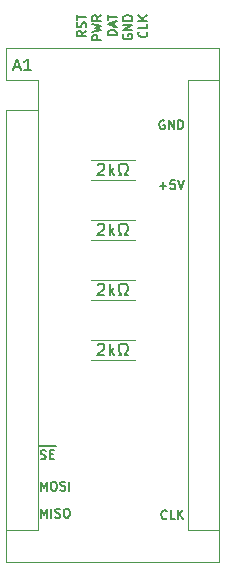
<source format=gbr>
G04 #@! TF.GenerationSoftware,KiCad,Pcbnew,(5.0.2)-1*
G04 #@! TF.CreationDate,2019-04-28T13:20:51-07:00*
G04 #@! TF.ProjectId,programmer,70726f67-7261-46d6-9d65-722e6b696361,rev?*
G04 #@! TF.SameCoordinates,Original*
G04 #@! TF.FileFunction,Legend,Top*
G04 #@! TF.FilePolarity,Positive*
%FSLAX46Y46*%
G04 Gerber Fmt 4.6, Leading zero omitted, Abs format (unit mm)*
G04 Created by KiCad (PCBNEW (5.0.2)-1) date 4/28/2019 1:20:51 PM*
%MOMM*%
%LPD*%
G01*
G04 APERTURE LIST*
%ADD10C,0.158750*%
%ADD11C,0.120000*%
%ADD12C,0.150000*%
G04 APERTURE END LIST*
D10*
X32535812Y-59962142D02*
X32499526Y-59998428D01*
X32390669Y-60034714D01*
X32318098Y-60034714D01*
X32209241Y-59998428D01*
X32136669Y-59925857D01*
X32100383Y-59853285D01*
X32064098Y-59708142D01*
X32064098Y-59599285D01*
X32100383Y-59454142D01*
X32136669Y-59381571D01*
X32209241Y-59309000D01*
X32318098Y-59272714D01*
X32390669Y-59272714D01*
X32499526Y-59309000D01*
X32535812Y-59345285D01*
X33225241Y-60034714D02*
X32862383Y-60034714D01*
X32862383Y-59272714D01*
X33479241Y-60034714D02*
X33479241Y-59272714D01*
X33914669Y-60034714D02*
X33588098Y-59599285D01*
X33914669Y-59272714D02*
X33479241Y-59708142D01*
X21693187Y-53854985D02*
X22418901Y-53854985D01*
X21838330Y-54918428D02*
X21947187Y-54954714D01*
X22128616Y-54954714D01*
X22201187Y-54918428D01*
X22237473Y-54882142D01*
X22273758Y-54809571D01*
X22273758Y-54737000D01*
X22237473Y-54664428D01*
X22201187Y-54628142D01*
X22128616Y-54591857D01*
X21983473Y-54555571D01*
X21910901Y-54519285D01*
X21874616Y-54483000D01*
X21838330Y-54410428D01*
X21838330Y-54337857D01*
X21874616Y-54265285D01*
X21910901Y-54229000D01*
X21983473Y-54192714D01*
X22164901Y-54192714D01*
X22273758Y-54229000D01*
X22418901Y-53854985D02*
X23108330Y-53854985D01*
X22600330Y-54555571D02*
X22854330Y-54555571D01*
X22963187Y-54954714D02*
X22600330Y-54954714D01*
X22600330Y-54192714D01*
X22963187Y-54192714D01*
X21874616Y-59907714D02*
X21874616Y-59145714D01*
X22128616Y-59690000D01*
X22382616Y-59145714D01*
X22382616Y-59907714D01*
X22745473Y-59907714D02*
X22745473Y-59145714D01*
X23072044Y-59871428D02*
X23180901Y-59907714D01*
X23362330Y-59907714D01*
X23434901Y-59871428D01*
X23471187Y-59835142D01*
X23507473Y-59762571D01*
X23507473Y-59690000D01*
X23471187Y-59617428D01*
X23434901Y-59581142D01*
X23362330Y-59544857D01*
X23217187Y-59508571D01*
X23144616Y-59472285D01*
X23108330Y-59436000D01*
X23072044Y-59363428D01*
X23072044Y-59290857D01*
X23108330Y-59218285D01*
X23144616Y-59182000D01*
X23217187Y-59145714D01*
X23398616Y-59145714D01*
X23507473Y-59182000D01*
X23979187Y-59145714D02*
X24124330Y-59145714D01*
X24196901Y-59182000D01*
X24269473Y-59254571D01*
X24305758Y-59399714D01*
X24305758Y-59653714D01*
X24269473Y-59798857D01*
X24196901Y-59871428D01*
X24124330Y-59907714D01*
X23979187Y-59907714D01*
X23906616Y-59871428D01*
X23834044Y-59798857D01*
X23797758Y-59653714D01*
X23797758Y-59399714D01*
X23834044Y-59254571D01*
X23906616Y-59182000D01*
X23979187Y-59145714D01*
X21874616Y-57621714D02*
X21874616Y-56859714D01*
X22128616Y-57404000D01*
X22382616Y-56859714D01*
X22382616Y-57621714D01*
X22890616Y-56859714D02*
X23035758Y-56859714D01*
X23108330Y-56896000D01*
X23180901Y-56968571D01*
X23217187Y-57113714D01*
X23217187Y-57367714D01*
X23180901Y-57512857D01*
X23108330Y-57585428D01*
X23035758Y-57621714D01*
X22890616Y-57621714D01*
X22818044Y-57585428D01*
X22745473Y-57512857D01*
X22709187Y-57367714D01*
X22709187Y-57113714D01*
X22745473Y-56968571D01*
X22818044Y-56896000D01*
X22890616Y-56859714D01*
X23507473Y-57585428D02*
X23616330Y-57621714D01*
X23797758Y-57621714D01*
X23870330Y-57585428D01*
X23906616Y-57549142D01*
X23942901Y-57476571D01*
X23942901Y-57404000D01*
X23906616Y-57331428D01*
X23870330Y-57295142D01*
X23797758Y-57258857D01*
X23652616Y-57222571D01*
X23580044Y-57186285D01*
X23543758Y-57150000D01*
X23507473Y-57077428D01*
X23507473Y-57004857D01*
X23543758Y-56932285D01*
X23580044Y-56896000D01*
X23652616Y-56859714D01*
X23834044Y-56859714D01*
X23942901Y-56896000D01*
X24269473Y-57621714D02*
X24269473Y-56859714D01*
X31918955Y-31804428D02*
X32499526Y-31804428D01*
X32209241Y-32094714D02*
X32209241Y-31514142D01*
X33225241Y-31332714D02*
X32862383Y-31332714D01*
X32826098Y-31695571D01*
X32862383Y-31659285D01*
X32934955Y-31623000D01*
X33116383Y-31623000D01*
X33188955Y-31659285D01*
X33225241Y-31695571D01*
X33261526Y-31768142D01*
X33261526Y-31949571D01*
X33225241Y-32022142D01*
X33188955Y-32058428D01*
X33116383Y-32094714D01*
X32934955Y-32094714D01*
X32862383Y-32058428D01*
X32826098Y-32022142D01*
X33479241Y-31332714D02*
X33733241Y-32094714D01*
X33987241Y-31332714D01*
X32318098Y-26289000D02*
X32245526Y-26252714D01*
X32136669Y-26252714D01*
X32027812Y-26289000D01*
X31955241Y-26361571D01*
X31918955Y-26434142D01*
X31882669Y-26579285D01*
X31882669Y-26688142D01*
X31918955Y-26833285D01*
X31955241Y-26905857D01*
X32027812Y-26978428D01*
X32136669Y-27014714D01*
X32209241Y-27014714D01*
X32318098Y-26978428D01*
X32354383Y-26942142D01*
X32354383Y-26688142D01*
X32209241Y-26688142D01*
X32680955Y-27014714D02*
X32680955Y-26252714D01*
X33116383Y-27014714D01*
X33116383Y-26252714D01*
X33479241Y-27014714D02*
X33479241Y-26252714D01*
X33660669Y-26252714D01*
X33769526Y-26289000D01*
X33842098Y-26361571D01*
X33878383Y-26434142D01*
X33914669Y-26579285D01*
X33914669Y-26688142D01*
X33878383Y-26833285D01*
X33842098Y-26905857D01*
X33769526Y-26978428D01*
X33660669Y-27014714D01*
X33479241Y-27014714D01*
X25681214Y-18699616D02*
X25318357Y-18953616D01*
X25681214Y-19135044D02*
X24919214Y-19135044D01*
X24919214Y-18844758D01*
X24955500Y-18772187D01*
X24991785Y-18735901D01*
X25064357Y-18699616D01*
X25173214Y-18699616D01*
X25245785Y-18735901D01*
X25282071Y-18772187D01*
X25318357Y-18844758D01*
X25318357Y-19135044D01*
X25644928Y-18409330D02*
X25681214Y-18300473D01*
X25681214Y-18119044D01*
X25644928Y-18046473D01*
X25608642Y-18010187D01*
X25536071Y-17973901D01*
X25463500Y-17973901D01*
X25390928Y-18010187D01*
X25354642Y-18046473D01*
X25318357Y-18119044D01*
X25282071Y-18264187D01*
X25245785Y-18336758D01*
X25209500Y-18373044D01*
X25136928Y-18409330D01*
X25064357Y-18409330D01*
X24991785Y-18373044D01*
X24955500Y-18336758D01*
X24919214Y-18264187D01*
X24919214Y-18082758D01*
X24955500Y-17973901D01*
X24919214Y-17756187D02*
X24919214Y-17320758D01*
X25681214Y-17538473D02*
X24919214Y-17538473D01*
X26982964Y-19461616D02*
X26220964Y-19461616D01*
X26220964Y-19171330D01*
X26257250Y-19098758D01*
X26293535Y-19062473D01*
X26366107Y-19026187D01*
X26474964Y-19026187D01*
X26547535Y-19062473D01*
X26583821Y-19098758D01*
X26620107Y-19171330D01*
X26620107Y-19461616D01*
X26220964Y-18772187D02*
X26982964Y-18590758D01*
X26438678Y-18445616D01*
X26982964Y-18300473D01*
X26220964Y-18119044D01*
X26982964Y-17393330D02*
X26620107Y-17647330D01*
X26982964Y-17828758D02*
X26220964Y-17828758D01*
X26220964Y-17538473D01*
X26257250Y-17465901D01*
X26293535Y-17429616D01*
X26366107Y-17393330D01*
X26474964Y-17393330D01*
X26547535Y-17429616D01*
X26583821Y-17465901D01*
X26620107Y-17538473D01*
X26620107Y-17828758D01*
X28284714Y-19062473D02*
X27522714Y-19062473D01*
X27522714Y-18881044D01*
X27559000Y-18772187D01*
X27631571Y-18699616D01*
X27704142Y-18663330D01*
X27849285Y-18627044D01*
X27958142Y-18627044D01*
X28103285Y-18663330D01*
X28175857Y-18699616D01*
X28248428Y-18772187D01*
X28284714Y-18881044D01*
X28284714Y-19062473D01*
X28067000Y-18336758D02*
X28067000Y-17973901D01*
X28284714Y-18409330D02*
X27522714Y-18155330D01*
X28284714Y-17901330D01*
X27522714Y-17756187D02*
X27522714Y-17320758D01*
X28284714Y-17538473D02*
X27522714Y-17538473D01*
X28860750Y-18989901D02*
X28824464Y-19062473D01*
X28824464Y-19171330D01*
X28860750Y-19280187D01*
X28933321Y-19352758D01*
X29005892Y-19389044D01*
X29151035Y-19425330D01*
X29259892Y-19425330D01*
X29405035Y-19389044D01*
X29477607Y-19352758D01*
X29550178Y-19280187D01*
X29586464Y-19171330D01*
X29586464Y-19098758D01*
X29550178Y-18989901D01*
X29513892Y-18953616D01*
X29259892Y-18953616D01*
X29259892Y-19098758D01*
X29586464Y-18627044D02*
X28824464Y-18627044D01*
X29586464Y-18191616D01*
X28824464Y-18191616D01*
X29586464Y-17828758D02*
X28824464Y-17828758D01*
X28824464Y-17647330D01*
X28860750Y-17538473D01*
X28933321Y-17465901D01*
X29005892Y-17429616D01*
X29151035Y-17393330D01*
X29259892Y-17393330D01*
X29405035Y-17429616D01*
X29477607Y-17465901D01*
X29550178Y-17538473D01*
X29586464Y-17647330D01*
X29586464Y-17828758D01*
X30815642Y-18772187D02*
X30851928Y-18808473D01*
X30888214Y-18917330D01*
X30888214Y-18989901D01*
X30851928Y-19098758D01*
X30779357Y-19171330D01*
X30706785Y-19207616D01*
X30561642Y-19243901D01*
X30452785Y-19243901D01*
X30307642Y-19207616D01*
X30235071Y-19171330D01*
X30162500Y-19098758D01*
X30126214Y-18989901D01*
X30126214Y-18917330D01*
X30162500Y-18808473D01*
X30198785Y-18772187D01*
X30888214Y-18082758D02*
X30888214Y-18445616D01*
X30126214Y-18445616D01*
X30888214Y-17828758D02*
X30126214Y-17828758D01*
X30888214Y-17393330D02*
X30452785Y-17719901D01*
X30126214Y-17393330D02*
X30561642Y-17828758D01*
D11*
G04 #@! TO.C,A1*
X36960000Y-20190000D02*
X18920000Y-20190000D01*
X36960000Y-63630000D02*
X36960000Y-20190000D01*
X18920000Y-63630000D02*
X36960000Y-63630000D01*
X21590000Y-60960000D02*
X18920000Y-60960000D01*
X21590000Y-25400000D02*
X21590000Y-60960000D01*
X21590000Y-25400000D02*
X18920000Y-25400000D01*
X34290000Y-60960000D02*
X36960000Y-60960000D01*
X34290000Y-22860000D02*
X34290000Y-60960000D01*
X34290000Y-22860000D02*
X36960000Y-22860000D01*
X18920000Y-20190000D02*
X18920000Y-22860000D01*
X18920000Y-25400000D02*
X18920000Y-63630000D01*
X21590000Y-22860000D02*
X18920000Y-22860000D01*
X21590000Y-25400000D02*
X21590000Y-22860000D01*
G04 #@! TO.C,2k\03A9*
X29800000Y-29620000D02*
X26080000Y-29620000D01*
X29800000Y-31340000D02*
X26080000Y-31340000D01*
X26080000Y-34700000D02*
X29800000Y-34700000D01*
X26080000Y-36420000D02*
X29800000Y-36420000D01*
X26080000Y-41500000D02*
X29800000Y-41500000D01*
X26080000Y-39780000D02*
X29800000Y-39780000D01*
X26080000Y-44860000D02*
X29800000Y-44860000D01*
X26080000Y-46580000D02*
X29800000Y-46580000D01*
G04 #@! TO.C,A1*
D12*
X19605714Y-21756666D02*
X20081904Y-21756666D01*
X19510476Y-22042380D02*
X19843809Y-21042380D01*
X20177142Y-22042380D01*
X21034285Y-22042380D02*
X20462857Y-22042380D01*
X20748571Y-22042380D02*
X20748571Y-21042380D01*
X20653333Y-21185238D01*
X20558095Y-21280476D01*
X20462857Y-21328095D01*
G04 #@! TO.C,2k\03A9*
X26678095Y-30027619D02*
X26725714Y-29980000D01*
X26820952Y-29932380D01*
X27059047Y-29932380D01*
X27154285Y-29980000D01*
X27201904Y-30027619D01*
X27249523Y-30122857D01*
X27249523Y-30218095D01*
X27201904Y-30360952D01*
X26630476Y-30932380D01*
X27249523Y-30932380D01*
X27678095Y-30932380D02*
X27678095Y-29932380D01*
X27773333Y-30551428D02*
X28059047Y-30932380D01*
X28059047Y-30265714D02*
X27678095Y-30646666D01*
X28440000Y-30932380D02*
X28678095Y-30932380D01*
X28678095Y-30741904D01*
X28582857Y-30694285D01*
X28487619Y-30599047D01*
X28440000Y-30456190D01*
X28440000Y-30218095D01*
X28487619Y-30075238D01*
X28582857Y-29980000D01*
X28725714Y-29932380D01*
X28916190Y-29932380D01*
X29059047Y-29980000D01*
X29154285Y-30075238D01*
X29201904Y-30218095D01*
X29201904Y-30456190D01*
X29154285Y-30599047D01*
X29059047Y-30694285D01*
X28963809Y-30741904D01*
X28963809Y-30932380D01*
X29201904Y-30932380D01*
X26678095Y-35107619D02*
X26725714Y-35060000D01*
X26820952Y-35012380D01*
X27059047Y-35012380D01*
X27154285Y-35060000D01*
X27201904Y-35107619D01*
X27249523Y-35202857D01*
X27249523Y-35298095D01*
X27201904Y-35440952D01*
X26630476Y-36012380D01*
X27249523Y-36012380D01*
X27678095Y-36012380D02*
X27678095Y-35012380D01*
X27773333Y-35631428D02*
X28059047Y-36012380D01*
X28059047Y-35345714D02*
X27678095Y-35726666D01*
X28440000Y-36012380D02*
X28678095Y-36012380D01*
X28678095Y-35821904D01*
X28582857Y-35774285D01*
X28487619Y-35679047D01*
X28440000Y-35536190D01*
X28440000Y-35298095D01*
X28487619Y-35155238D01*
X28582857Y-35060000D01*
X28725714Y-35012380D01*
X28916190Y-35012380D01*
X29059047Y-35060000D01*
X29154285Y-35155238D01*
X29201904Y-35298095D01*
X29201904Y-35536190D01*
X29154285Y-35679047D01*
X29059047Y-35774285D01*
X28963809Y-35821904D01*
X28963809Y-36012380D01*
X29201904Y-36012380D01*
X26678095Y-40187619D02*
X26725714Y-40140000D01*
X26820952Y-40092380D01*
X27059047Y-40092380D01*
X27154285Y-40140000D01*
X27201904Y-40187619D01*
X27249523Y-40282857D01*
X27249523Y-40378095D01*
X27201904Y-40520952D01*
X26630476Y-41092380D01*
X27249523Y-41092380D01*
X27678095Y-41092380D02*
X27678095Y-40092380D01*
X27773333Y-40711428D02*
X28059047Y-41092380D01*
X28059047Y-40425714D02*
X27678095Y-40806666D01*
X28440000Y-41092380D02*
X28678095Y-41092380D01*
X28678095Y-40901904D01*
X28582857Y-40854285D01*
X28487619Y-40759047D01*
X28440000Y-40616190D01*
X28440000Y-40378095D01*
X28487619Y-40235238D01*
X28582857Y-40140000D01*
X28725714Y-40092380D01*
X28916190Y-40092380D01*
X29059047Y-40140000D01*
X29154285Y-40235238D01*
X29201904Y-40378095D01*
X29201904Y-40616190D01*
X29154285Y-40759047D01*
X29059047Y-40854285D01*
X28963809Y-40901904D01*
X28963809Y-41092380D01*
X29201904Y-41092380D01*
X26678095Y-45267619D02*
X26725714Y-45220000D01*
X26820952Y-45172380D01*
X27059047Y-45172380D01*
X27154285Y-45220000D01*
X27201904Y-45267619D01*
X27249523Y-45362857D01*
X27249523Y-45458095D01*
X27201904Y-45600952D01*
X26630476Y-46172380D01*
X27249523Y-46172380D01*
X27678095Y-46172380D02*
X27678095Y-45172380D01*
X27773333Y-45791428D02*
X28059047Y-46172380D01*
X28059047Y-45505714D02*
X27678095Y-45886666D01*
X28440000Y-46172380D02*
X28678095Y-46172380D01*
X28678095Y-45981904D01*
X28582857Y-45934285D01*
X28487619Y-45839047D01*
X28440000Y-45696190D01*
X28440000Y-45458095D01*
X28487619Y-45315238D01*
X28582857Y-45220000D01*
X28725714Y-45172380D01*
X28916190Y-45172380D01*
X29059047Y-45220000D01*
X29154285Y-45315238D01*
X29201904Y-45458095D01*
X29201904Y-45696190D01*
X29154285Y-45839047D01*
X29059047Y-45934285D01*
X28963809Y-45981904D01*
X28963809Y-46172380D01*
X29201904Y-46172380D01*
G04 #@! TD*
M02*

</source>
